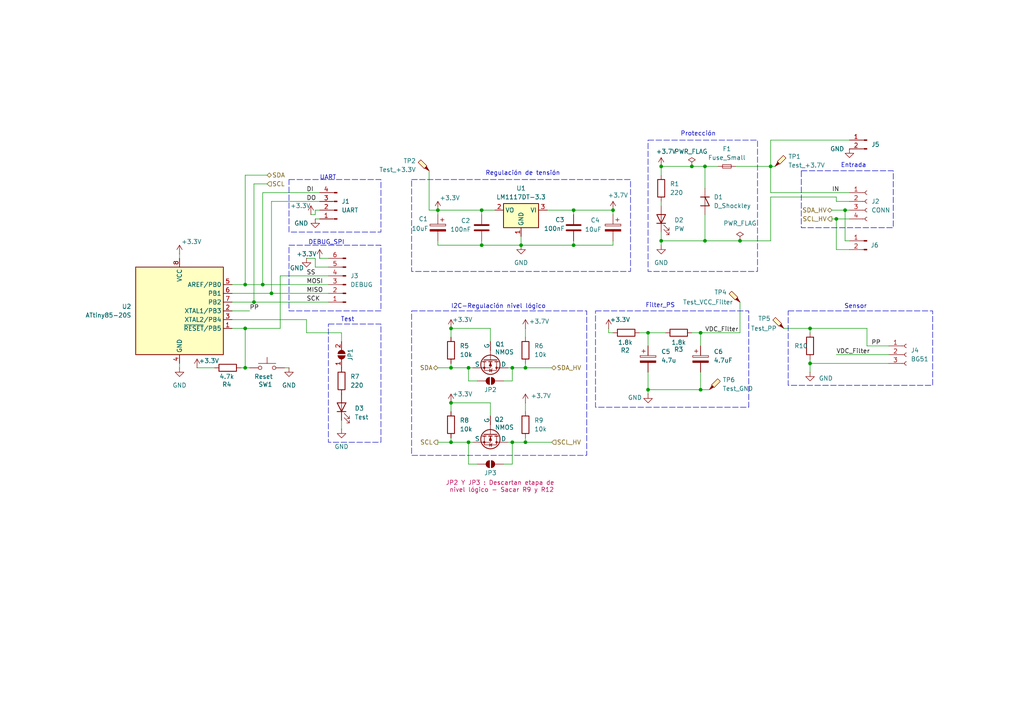
<source format=kicad_sch>
(kicad_sch (version 20250114) (generator "eeschema") (generator_version "9.0")
  (paper "A4")
  (lib_symbols
    (symbol "Connector:Conn_01x02_Pin" (pin_names (offset 1.016) (hide yes))
      (property "Reference" "J" (at 0 2.54 0))
      (property "Value" "Conn_01x02_Pin" (at 0 -5.08 0))
      (symbol "Conn_01x02_Pin_1_1"
        (rectangle (start 0.8636 0.127) (end 0 -0.127) (stroke (width 0.1524)) (fill (type outline)))
        (rectangle (start 0.8636 -2.413) (end 0 -2.667) (stroke (width 0.1524)) (fill (type outline)))
        (polyline (pts (xy 1.27 0) (xy 0.8636 0)) (stroke (width 0.1524)))
        (polyline (pts (xy 1.27 -2.54) (xy 0.8636 -2.54)) (stroke (width 0.1524)))
        (pin passive line (at 5.08 0 180) (length 3.81) (name "Pin_1") (number "1"))
        (pin passive line (at 5.08 -2.54 180) (length 3.81) (name "Pin_2") (number "2"))
      )
    )
    (symbol "Connector:Conn_01x03_Socket" (pin_names (offset 1.016) (hide yes))
      (property "Reference" "J" (at 0 5.08 0))
      (property "Value" "Conn_01x03_Socket" (at 0 -5.08 0))
      (symbol "Conn_01x03_Socket_1_1"
        (polyline (pts (xy -1.27 2.54) (xy -0.508 2.54)) (stroke (width 0.1524)))
        (polyline (pts (xy -1.27 0) (xy -0.508 0)) (stroke (width 0.1524)))
        (polyline (pts (xy -1.27 -2.54) (xy -0.508 -2.54)) (stroke (width 0.1524)))
        (arc (start 0 2.032) (mid -0.5058 2.54) (end 0 3.048) (stroke (width 0.1524)))
        (arc (start 0 -0.508) (mid -0.5058 0) (end 0 0.508) (stroke (width 0.1524)))
        (arc (start 0 -3.048) (mid -0.5058 -2.54) (end 0 -2.032) (stroke (width 0.1524)))
        (pin passive line (at -5.08 2.54 0) (length 3.81) (name "Pin_1") (number "1"))
        (pin passive line (at -5.08 0 0) (length 3.81) (name "Pin_2") (number "2"))
        (pin passive line (at -5.08 -2.54 0) (length 3.81) (name "Pin_3") (number "3"))
      )
    )
    (symbol "Connector:Conn_01x04_Pin" (pin_names (offset 1.016) (hide yes))
      (property "Reference" "J" (at 0 5.08 0))
      (property "Value" "Conn_01x04_Pin" (at 0 -7.62 0))
      (symbol "Conn_01x04_Pin_1_1"
        (rectangle (start 0.8636 2.667) (end 0 2.413) (stroke (width 0.1524)) (fill (type outline)))
        (rectangle (start 0.8636 0.127) (end 0 -0.127) (stroke (width 0.1524)) (fill (type outline)))
        (rectangle (start 0.8636 -2.413) (end 0 -2.667) (stroke (width 0.1524)) (fill (type outline)))
        (rectangle (start 0.8636 -4.953) (end 0 -5.207) (stroke (width 0.1524)) (fill (type outline)))
        (polyline (pts (xy 1.27 2.54) (xy 0.8636 2.54)) (stroke (width 0.1524)))
        (polyline (pts (xy 1.27 0) (xy 0.8636 0)) (stroke (width 0.1524)))
        (polyline (pts (xy 1.27 -2.54) (xy 0.8636 -2.54)) (stroke (width 0.1524)))
        (polyline (pts (xy 1.27 -5.08) (xy 0.8636 -5.08)) (stroke (width 0.1524)))
        (pin passive line (at 5.08 2.54 180) (length 3.81) (name "Pin_1") (number "1"))
        (pin passive line (at 5.08 0 180) (length 3.81) (name "Pin_2") (number "2"))
        (pin passive line (at 5.08 -2.54 180) (length 3.81) (name "Pin_3") (number "3"))
        (pin passive line (at 5.08 -5.08 180) (length 3.81) (name "Pin_4") (number "4"))
      )
    )
    (symbol "Connector:Conn_01x04_Socket" (pin_names (offset 1.016) (hide yes))
      (property "Reference" "J" (at 0 5.08 0))
      (property "Value" "Conn_01x04_Socket" (at 0 -7.62 0))
      (symbol "Conn_01x04_Socket_1_1"
        (polyline (pts (xy -1.27 2.54) (xy -0.508 2.54)) (stroke (width 0.1524)))
        (polyline (pts (xy -1.27 0) (xy -0.508 0)) (stroke (width 0.1524)))
        (polyline (pts (xy -1.27 -2.54) (xy -0.508 -2.54)) (stroke (width 0.1524)))
        (polyline (pts (xy -1.27 -5.08) (xy -0.508 -5.08)) (stroke (width 0.1524)))
        (arc (start 0 2.032) (mid -0.5058 2.54) (end 0 3.048) (stroke (width 0.1524)))
        (arc (start 0 -0.508) (mid -0.5058 0) (end 0 0.508) (stroke (width 0.1524)))
        (arc (start 0 -3.048) (mid -0.5058 -2.54) (end 0 -2.032) (stroke (width 0.1524)))
        (arc (start 0 -5.588) (mid -0.5058 -5.08) (end 0 -4.572) (stroke (width 0.1524)))
        (pin passive line (at -5.08 2.54 0) (length 3.81) (name "Pin_1") (number "1"))
        (pin passive line (at -5.08 0 0) (length 3.81) (name "Pin_2") (number "2"))
        (pin passive line (at -5.08 -2.54 0) (length 3.81) (name "Pin_3") (number "3"))
        (pin passive line (at -5.08 -5.08 0) (length 3.81) (name "Pin_4") (number "4"))
      )
    )
    (symbol "Connector:Conn_01x06_Pin" (pin_names (offset 1.016) (hide yes))
      (property "Reference" "J" (at 0 7.62 0))
      (property "Value" "Conn_01x06_Pin" (at 0 -10.16 0))
      (symbol "Conn_01x06_Pin_1_1"
        (rectangle (start 0.8636 5.207) (end 0 4.953) (stroke (width 0.1524)) (fill (type outline)))
        (rectangle (start 0.8636 2.667) (end 0 2.413) (stroke (width 0.1524)) (fill (type outline)))
        (rectangle (start 0.8636 0.127) (end 0 -0.127) (stroke (width 0.1524)) (fill (type outline)))
        (rectangle (start 0.8636 -2.413) (end 0 -2.667) (stroke (width 0.1524)) (fill (type outline)))
        (rectangle (start 0.8636 -4.953) (end 0 -5.207) (stroke (width 0.1524)) (fill (type outline)))
        (rectangle (start 0.8636 -7.493) (end 0 -7.747) (stroke (width 0.1524)) (fill (type outline)))
        (polyline (pts (xy 1.27 5.08) (xy 0.8636 5.08)) (stroke (width 0.1524)))
        (polyline (pts (xy 1.27 2.54) (xy 0.8636 2.54)) (stroke (width 0.1524)))
        (polyline (pts (xy 1.27 0) (xy 0.8636 0)) (stroke (width 0.1524)))
        (polyline (pts (xy 1.27 -2.54) (xy 0.8636 -2.54)) (stroke (width 0.1524)))
        (polyline (pts (xy 1.27 -5.08) (xy 0.8636 -5.08)) (stroke (width 0.1524)))
        (polyline (pts (xy 1.27 -7.62) (xy 0.8636 -7.62)) (stroke (width 0.1524)))
        (pin passive line (at 5.08 5.08 180) (length 3.81) (name "Pin_1") (number "1"))
        (pin passive line (at 5.08 2.54 180) (length 3.81) (name "Pin_2") (number "2"))
        (pin passive line (at 5.08 0 180) (length 3.81) (name "Pin_3") (number "3"))
        (pin passive line (at 5.08 -2.54 180) (length 3.81) (name "Pin_4") (number "4"))
        (pin passive line (at 5.08 -5.08 180) (length 3.81) (name "Pin_5") (number "5"))
        (pin passive line (at 5.08 -7.62 180) (length 3.81) (name "Pin_6") (number "6"))
      )
    )
    (symbol "Connector:TestPoint_Probe" (pin_numbers (hide yes)) (pin_names (offset 0.762) (hide yes))
      (property "Reference" "TP" (at 1.651 5.842 0))
      (property "Value" "TestPoint_Probe" (at 1.651 4.064 0))
      (symbol "TestPoint_Probe_0_1"
        (polyline (pts (xy 1.27 0.762) (xy 0 0) (xy 0.762 1.27) (xy 1.27 0.762)) (fill (type outline)))
        (polyline (pts (xy 1.397 0.635) (xy 0.635 1.397) (xy 2.413 3.175) (xy 3.175 2.413) (xy 1.397 0.635)) (fill (type background)))
      )
      (symbol "TestPoint_Probe_1_1"
        (pin passive line (at 0 0 90) (length 0) (name "1") (number "1"))
      )
    )
    (symbol "Device:C" (pin_numbers (hide yes)) (pin_names (offset 0.254))
      (property "Reference" "C" (at 0.635 2.54 0))
      (property "Value" "C" (at 0.635 -2.54 0))
      (symbol "C_0_1"
        (polyline (pts (xy -2.032 0.762) (xy 2.032 0.762)) (stroke (width 0.508)))
        (polyline (pts (xy -2.032 -0.762) (xy 2.032 -0.762)) (stroke (width 0.508)))
      )
      (symbol "C_1_1"
        (pin passive line (at 0 3.81 270) (length 2.794) (name "~") (number "1"))
        (pin passive line (at 0 -3.81 90) (length 2.794) (name "~") (number "2"))
      )
    )
    (symbol "Device:C_Polarized" (pin_numbers (hide yes)) (pin_names (offset 0.254))
      (property "Reference" "C" (at 0.635 2.54 0))
      (property "Value" "C_Polarized" (at 0.635 -2.54 0))
      (symbol "C_Polarized_0_1"
        (rectangle (start -2.286 0.508) (end 2.286 1.016))
        (polyline (pts (xy -1.778 2.286) (xy -0.762 2.286)))
        (polyline (pts (xy -1.27 2.794) (xy -1.27 1.778)))
        (rectangle (start 2.286 -0.508) (end -2.286 -1.016) (fill (type outline)))
      )
      (symbol "C_Polarized_1_1"
        (pin passive line (at 0 3.81 270) (length 2.794) (name "~") (number "1"))
        (pin passive line (at 0 -3.81 90) (length 2.794) (name "~") (number "2"))
      )
    )
    (symbol "Device:D_Shockley" (pin_numbers (hide yes)) (pin_names (offset 1.016) (hide yes))
      (property "Reference" "D" (at 0 2.54 0))
      (property "Value" "D_Shockley" (at 0 -2.54 0))
      (symbol "D_Shockley_0_1"
        (polyline (pts (xy -1.27 1.27) (xy -1.27 -1.27)) (stroke (width 0.254)))
        (polyline (pts (xy -1.27 0) (xy 1.27 0)))
        (polyline (pts (xy -1.27 0) (xy 1.27 1.27) (xy 1.27 -1.27)) (stroke (width 0.254)))
      )
      (symbol "D_Shockley_1_1"
        (pin passive line (at -3.81 0 0) (length 2.54) (name "K") (number "1"))
        (pin passive line (at 3.81 0 180) (length 2.54) (name "A") (number "2"))
      )
    )
    (symbol "Device:Fuse_Small" (pin_numbers (hide yes)) (pin_names (offset 0.254) (hide yes))
      (property "Reference" "F" (at 0 -1.524 0))
      (property "Value" "Fuse_Small" (at 0 1.524 0))
      (symbol "Fuse_Small_0_1"
        (rectangle (start -1.27 0.508) (end 1.27 -0.508))
        (polyline (pts (xy -1.27 0) (xy 1.27 0)))
      )
      (symbol "Fuse_Small_1_1"
        (pin passive line (at -2.54 0 0) (length 1.27) (name "~") (number "1"))
        (pin passive line (at 2.54 0 180) (length 1.27) (name "~") (number "2"))
      )
    )
    (symbol "Device:LED" (pin_numbers (hide yes)) (pin_names (offset 1.016) (hide yes))
      (property "Reference" "D" (at 0 2.54 0))
      (property "Value" "LED" (at 0 -2.54 0))
      (symbol "LED_0_1"
        (polyline (pts (xy -3.048 -0.762) (xy -4.572 -2.286) (xy -3.81 -2.286) (xy -4.572 -2.286) (xy -4.572 -1.524)))
        (polyline (pts (xy -1.778 -0.762) (xy -3.302 -2.286) (xy -2.54 -2.286) (xy -3.302 -2.286) (xy -3.302 -1.524)))
        (polyline (pts (xy -1.27 0) (xy 1.27 0)))
        (polyline (pts (xy -1.27 -1.27) (xy -1.27 1.27)) (stroke (width 0.254)))
        (polyline (pts (xy 1.27 -1.27) (xy 1.27 1.27) (xy -1.27 0) (xy 1.27 -1.27)) (stroke (width 0.254)))
      )
      (symbol "LED_1_1"
        (pin passive line (at -3.81 0 0) (length 2.54) (name "K") (number "1"))
        (pin passive line (at 3.81 0 180) (length 2.54) (name "A") (number "2"))
      )
    )
    (symbol "Device:R" (pin_numbers (hide yes)) (pin_names (offset 0))
      (property "Reference" "R" (at 2.032 0 90))
      (property "Value" "R" (at 0 0 90))
      (symbol "R_0_1"
        (rectangle (start -1.016 -2.54) (end 1.016 2.54) (stroke (width 0.254)))
      )
      (symbol "R_1_1"
        (pin passive line (at 0 3.81 270) (length 1.27) (name "~") (number "1"))
        (pin passive line (at 0 -3.81 90) (length 1.27) (name "~") (number "2"))
      )
    )
    (symbol "GND_2" (power) (pin_numbers (hide yes)) (pin_names (offset 0) (hide yes))
      (property "Value" "GND" (at 0 -3.81 0))
      (symbol "GND_2_0_1"
        (polyline (pts (xy 0 0) (xy 0 -1.27) (xy 1.27 -1.27) (xy 0 -2.54) (xy -1.27 -1.27) (xy 0 -1.27)))
      )
      (symbol "GND_2_1_1"
        (pin power_in line (at 0 0 270) (length 0) (name "~") (number "1"))
      )
    )
    (symbol "GND_4" (power) (pin_numbers (hide yes)) (pin_names (offset 0) (hide yes))
      (property "Value" "GND" (at 0 -3.81 0))
      (symbol "GND_4_0_1"
        (polyline (pts (xy 0 0) (xy 0 -1.27) (xy 1.27 -1.27) (xy 0 -2.54) (xy -1.27 -1.27) (xy 0 -1.27)))
      )
      (symbol "GND_4_1_1"
        (pin power_in line (at 0 0 270) (length 0) (name "~") (number "1"))
      )
    )
    (symbol "GND_6" (power) (pin_numbers (hide yes)) (pin_names (offset 0) (hide yes))
      (property "Value" "GND" (at 0 -3.81 0))
      (symbol "GND_6_0_1"
        (polyline (pts (xy 0 0) (xy 0 -1.27) (xy 1.27 -1.27) (xy 0 -2.54) (xy -1.27 -1.27) (xy 0 -1.27)))
      )
      (symbol "GND_6_1_1"
        (pin power_in line (at 0 0 270) (length 0) (name "~") (number "1"))
      )
    )
    (symbol "GND_7" (power) (pin_numbers (hide yes)) (pin_names (offset 0) (hide yes))
      (property "Value" "GND" (at 0 -3.81 0))
      (symbol "GND_7_0_1"
        (polyline (pts (xy 0 0) (xy 0 -1.27) (xy 1.27 -1.27) (xy 0 -2.54) (xy -1.27 -1.27) (xy 0 -1.27)))
      )
      (symbol "GND_7_1_1"
        (pin power_in line (at 0 0 270) (length 0) (name "~") (number "1"))
      )
    )
    (symbol "Jumper:SolderJumper_2_Open" (pin_names (offset 0) (hide yes))
      (property "Reference" "JP" (at 0 2.032 0))
      (property "Value" "SolderJumper_2_Open" (at 0 -2.54 0))
      (symbol "SolderJumper_2_Open_0_1"
        (polyline (pts (xy -0.254 1.016) (xy -0.254 -1.016)))
        (arc (start -0.254 -1.016) (mid -1.2656 0) (end -0.254 1.016))
        (arc (start -0.254 -1.016) (mid -1.2656 0) (end -0.254 1.016) (fill (type outline)))
        (arc (start 0.254 1.016) (mid 1.2656 0) (end 0.254 -1.016))
        (arc (start 0.254 1.016) (mid 1.2656 0) (end 0.254 -1.016) (fill (type outline)))
        (polyline (pts (xy 0.254 1.016) (xy 0.254 -1.016)))
      )
      (symbol "SolderJumper_2_Open_1_1"
        (pin passive line (at -3.81 0 0) (length 2.54) (name "A") (number "1"))
        (pin passive line (at 3.81 0 180) (length 2.54) (name "B") (number "2"))
      )
    )
    (symbol "MCU_Microchip_ATtiny:ATtiny85-20S"
      (property "Reference" "U" (at -12.7 13.97 0))
      (property "Value" "ATtiny85-20S" (at 2.54 -13.97 0))
      (symbol "ATtiny85-20S_0_1"
        (rectangle (start -12.7 -12.7) (end 12.7 12.7) (stroke (width 0.254)) (fill (type background)))
      )
      (symbol "ATtiny85-20S_1_1"
        (pin power_in line (at 0 15.24 270) (length 2.54) (name "VCC") (number "8"))
        (pin power_in line (at 0 -15.24 90) (length 2.54) (name "GND") (number "4"))
        (pin bidirectional line (at 15.24 7.62 180) (length 2.54) (name "AREF/PB0") (number "5"))
        (pin bidirectional line (at 15.24 5.08 180) (length 2.54) (name "PB1") (number "6"))
        (pin bidirectional line (at 15.24 2.54 180) (length 2.54) (name "PB2") (number "7"))
        (pin bidirectional line (at 15.24 0 180) (length 2.54) (name "XTAL1/PB3") (number "2"))
        (pin bidirectional line (at 15.24 -2.54 180) (length 2.54) (name "XTAL2/PB4") (number "3"))
        (pin bidirectional line (at 15.24 -5.08 180) (length 2.54) (name "~{RESET}/PB5") (number "1"))
      )
    )
    (symbol "Regulator_Linear:LM1117DT-3.3"
      (property "Reference" "U" (at -3.81 3.175 0))
      (property "Value" "LM1117DT-3.3" (at 0 3.175 0))
      (symbol "LM1117DT-3.3_0_1"
        (rectangle (start -5.08 -5.08) (end 5.08 1.905) (stroke (width 0.254)) (fill (type background)))
      )
      (symbol "LM1117DT-3.3_1_1"
        (pin power_in line (at -7.62 0 0) (length 2.54) (name "VI") (number "3"))
        (pin power_in line (at 0 -7.62 90) (length 2.54) (name "GND") (number "1"))
        (pin power_out line (at 7.62 0 180) (length 2.54) (name "VO") (number "2"))
      )
    )
    (symbol "Simulation_SPICE:NMOS" (pin_numbers (hide yes)) (pin_names (offset 0))
      (property "Reference" "Q" (at 5.08 1.27 0))
      (property "Value" "NMOS" (at 5.08 -1.27 0))
      (symbol "NMOS_0_1"
        (polyline (pts (xy 0.254 1.905) (xy 0.254 -1.905)) (stroke (width 0.254)))
        (polyline (pts (xy 0.254 0) (xy -2.54 0)))
        (polyline (pts (xy 0.762 2.286) (xy 0.762 1.27)) (stroke (width 0.254)))
        (polyline (pts (xy 0.762 0.508) (xy 0.762 -0.508)) (stroke (width 0.254)))
        (polyline (pts (xy 0.762 -1.27) (xy 0.762 -2.286)) (stroke (width 0.254)))
        (polyline (pts (xy 0.762 -1.778) (xy 3.302 -1.778) (xy 3.302 1.778) (xy 0.762 1.778)))
        (polyline (pts (xy 1.016 0) (xy 2.032 0.381) (xy 2.032 -0.381) (xy 1.016 0)) (fill (type outline)))
        (circle (center 1.651 0) (radius 2.794) (stroke (width 0.254)))
        (polyline (pts (xy 2.54 2.54) (xy 2.54 1.778)))
        (circle (center 2.54 1.778) (radius 0.254) (fill (type outline)))
        (circle (center 2.54 -1.778) (radius 0.254) (fill (type outline)))
        (polyline (pts (xy 2.54 -2.54) (xy 2.54 0) (xy 0.762 0)))
        (polyline (pts (xy 2.794 0.508) (xy 2.921 0.381) (xy 3.683 0.381) (xy 3.81 0.254)))
        (polyline (pts (xy 3.302 0.381) (xy 2.921 -0.254) (xy 3.683 -0.254) (xy 3.302 0.381)))
      )
      (symbol "NMOS_1_1"
        (pin input line (at -5.08 0 0) (length 2.54) (name "G") (number "2"))
        (pin passive line (at 2.54 5.08 270) (length 2.54) (name "D") (number "1"))
        (pin passive line (at 2.54 -5.08 90) (length 2.54) (name "S") (number "3"))
      )
    )
    (symbol "SolderJumper_2_Open_1" (pin_numbers (hide yes)) (pin_names (offset 0) (hide yes)) (exclude_from_sim yes) (in_bom no)
      (property "Reference" "JP" (at 0 2.032 0))
      (property "Value" "SolderJumper_2_Open" (at 0 -2.54 0))
      (symbol "SolderJumper_2_Open_1_0_1"
        (polyline (pts (xy -0.254 1.016) (xy -0.254 -1.016)))
        (arc (start -0.254 -1.016) (mid -1.2656 0) (end -0.254 1.016))
        (arc (start -0.254 -1.016) (mid -1.2656 0) (end -0.254 1.016) (fill (type outline)))
        (arc (start 0.254 1.016) (mid 1.2656 0) (end 0.254 -1.016))
        (arc (start 0.254 1.016) (mid 1.2656 0) (end 0.254 -1.016) (fill (type outline)))
        (polyline (pts (xy 0.254 1.016) (xy 0.254 -1.016)))
      )
      (symbol "SolderJumper_2_Open_1_1_1"
        (pin passive line (at -3.81 0 0) (length 2.54) (name "A") (number "1"))
        (pin passive line (at 3.81 0 180) (length 2.54) (name "B") (number "2"))
      )
    )
    (symbol "SolderJumper_2_Open_2" (pin_numbers (hide yes)) (pin_names (offset 0) (hide yes)) (exclude_from_sim yes) (in_bom no)
      (property "Reference" "JP" (at 0 2.032 0))
      (property "Value" "SolderJumper_2_Open" (at 0 -2.54 0))
      (symbol "SolderJumper_2_Open_2_0_1"
        (polyline (pts (xy -0.254 1.016) (xy -0.254 -1.016)))
        (arc (start -0.254 -1.016) (mid -1.2656 0) (end -0.254 1.016))
        (arc (start -0.254 -1.016) (mid -1.2656 0) (end -0.254 1.016) (fill (type outline)))
        (arc (start 0.254 1.016) (mid 1.2656 0) (end 0.254 -1.016))
        (arc (start 0.254 1.016) (mid 1.2656 0) (end 0.254 -1.016) (fill (type outline)))
        (polyline (pts (xy 0.254 1.016) (xy 0.254 -1.016)))
      )
      (symbol "SolderJumper_2_Open_2_1_1"
        (pin passive line (at -3.81 0 0) (length 2.54) (name "A") (number "1"))
        (pin passive line (at 3.81 0 180) (length 2.54) (name "B") (number "2"))
      )
    )
    (symbol "Switch:SW_Push" (pin_numbers (hide yes)) (pin_names (offset 1.016) (hide yes))
      (property "Reference" "SW" (at 1.27 2.54 0))
      (property "Value" "SW_Push" (at 0 -1.524 0))
      (symbol "SW_Push_0_1"
        (circle (center -2.032 0) (radius 0.508))
        (polyline (pts (xy 0 1.27) (xy 0 3.048)))
        (circle (center 2.032 0) (radius 0.508))
        (polyline (pts (xy 2.54 1.27) (xy -2.54 1.27)))
        (pin passive line (at -5.08 0 0) (length 2.54) (name "1") (number "1"))
        (pin passive line (at 5.08 0 180) (length 2.54) (name "2") (number "2"))
      )
    )
    (symbol "VCC_1" (power) (pin_numbers (hide yes)) (pin_names (offset 0) (hide yes))
      (property "Value" "VCC" (at 0 3.556 0))
      (symbol "VCC_1_0_1"
        (polyline (pts (xy -0.762 1.27) (xy 0 2.54)))
        (polyline (pts (xy 0 2.54) (xy 0.762 1.27)))
        (polyline (pts (xy 0 0) (xy 0 2.54)))
      )
      (symbol "VCC_1_1_1"
        (pin power_in line (at 0 0 90) (length 0) (name "~") (number "1"))
      )
    )
    (symbol "VCC_3" (power) (pin_numbers (hide yes)) (pin_names (offset 0) (hide yes))
      (property "Value" "VCC" (at 0 3.556 0))
      (symbol "VCC_3_0_1"
        (polyline (pts (xy -0.762 1.27) (xy 0 2.54)))
        (polyline (pts (xy 0 2.54) (xy 0.762 1.27)))
        (polyline (pts (xy 0 0) (xy 0 2.54)))
      )
      (symbol "VCC_3_1_1"
        (pin power_in line (at 0 0 90) (length 0) (name "~") (number "1"))
      )
    )
    (symbol "power:+3.3V" (power) (pin_numbers (hide yes)) (pin_names (offset 0) (hide yes))
      (property "Value" "+3.3V" (at 0 3.556 0))
      (symbol "+3.3V_0_1"
        (polyline (pts (xy -0.762 1.27) (xy 0 2.54)))
        (polyline (pts (xy 0 2.54) (xy 0.762 1.27)))
        (polyline (pts (xy 0 0) (xy 0 2.54)))
      )
      (symbol "+3.3V_1_1"
        (pin power_in line (at 0 0 90) (length 0) (name "~") (number "1"))
      )
    )
    (symbol "power:+5V" (power) (pin_numbers (hide yes)) (pin_names (offset 0) (hide yes))
      (property "Value" "+5V" (at 0 3.556 0))
      (symbol "+5V_0_1"
        (polyline (pts (xy -0.762 1.27) (xy 0 2.54)))
        (polyline (pts (xy 0 2.54) (xy 0.762 1.27)))
        (polyline (pts (xy 0 0) (xy 0 2.54)))
      )
      (symbol "+5V_1_1"
        (pin power_in line (at 0 0 90) (length 0) (name "~") (number "1"))
      )
    )
    (symbol "power:GND" (power) (pin_numbers (hide yes)) (pin_names (offset 0) (hide yes))
      (property "Value" "GND" (at 0 -3.81 0))
      (symbol "GND_0_1"
        (polyline (pts (xy 0 0) (xy 0 -1.27) (xy 1.27 -1.27) (xy 0 -2.54) (xy -1.27 -1.27) (xy 0 -1.27)))
      )
      (symbol "GND_1_1"
        (pin power_in line (at 0 0 270) (length 0) (name "~") (number "1"))
      )
    )
    (symbol "power:PWR_FLAG" (power) (pin_numbers (hide yes)) (pin_names (offset 0) (hide yes))
      (property "Value" "PWR_FLAG" (at 0 3.81 0))
      (symbol "PWR_FLAG_0_0"
        (pin power_out line (at 0 0 90) (length 0) (name "~") (number "1"))
      )
      (symbol "PWR_FLAG_0_1"
        (polyline (pts (xy 0 0) (xy 0 1.27) (xy -1.016 1.905) (xy 0 2.54) (xy 1.016 1.905) (xy 0 1.27)))
      )
    )
  )
  (rectangle (start 232.41 49.53) (end 259.08 66.04) (stroke (width 0) (type dash)))
  (rectangle (start 119.38 90.17) (end 170.18 132.08) (stroke (width 0) (type dash)))
  (rectangle (start 83.82 52.07) (end 110.49 67.31) (stroke (width 0) (type dash)))
  (rectangle (start 83.82 71.12) (end 110.49 90.17) (stroke (width 0) (type dash)))
  (rectangle (start 228.6 90.17) (end 270.51 111.76) (stroke (width 0) (type dash)))
  (rectangle (start 172.72 90.17) (end 217.17 118.11) (stroke (width 0) (type dash)))
  (rectangle (start 95.25 93.98) (end 110.49 128.27) (stroke (width 0) (type dash)))
  (rectangle (start 119.38 52.07) (end 182.88 78.74) (stroke (width 0) (type dash)))
  (rectangle (start 187.96 40.64) (end 219.71 78.74) (stroke (width 0) (type dash)))
  (text "UART" (at 92.71 52.324 0) (effects (font (size 1.27 1.27)) (justify left bottom)))
  (text "Protección" (at 197.358 39.624 0) (effects (font (size 1.27 1.27)) (justify left bottom)))
  (text "Filter_PS" (at 187.198 89.408 0) (effects (font (size 1.27 1.27)) (justify left bottom)))
  (text "Test" (at 98.806 93.472 0) (effects (font (size 1.27 1.27)) (justify left bottom)))
  (text "JP2 Y JP3 : Descartan etapa de\n nivel lógico - Sacar R9 y R12" (exclude_from_sim yes) (at 145.034 141.224 0) (effects (font (size 1.27 1.27))))
  (text "Entrada" (at 243.84 48.768 0) (effects (font (size 1.27 1.27)) (justify left bottom)))
  (text "Sensor" (at 244.856 89.662 0) (effects (font (size 1.27 1.27)) (justify left bottom)))
  (text "Regulación de tensión" (at 151.638 51.054 0) (effects (font (size 1.27 1.27)) (justify bottom)))
  (text "DEBUG_SPI" (at 89.408 71.12 0) (effects (font (size 1.27 1.27)) (justify left bottom)))
  (text "I2C-Regulación nivel lógico\n" (at 130.81 89.662 0) (effects (font (size 1.27 1.27)) (justify left bottom)))
  (junction (at 203.2 96.52))
  (junction (at 127 60.96))
  (junction (at 203.2 113.03))
  (junction (at 76.2 82.55))
  (junction (at 191.77 69.85))
  (junction (at 151.13 71.12))
  (junction (at 130.81 128.27))
  (junction (at 78.74 85.09))
  (junction (at 152.4 128.27))
  (junction (at 71.12 82.55))
  (junction (at 148.59 128.27))
  (junction (at 71.12 95.25))
  (junction (at 73.66 87.63))
  (junction (at 214.63 69.85))
  (junction (at 204.47 48.26))
  (junction (at 177.8 60.96))
  (junction (at 166.37 71.12))
  (junction (at 223.52 48.26))
  (junction (at 234.95 95.25))
  (junction (at 187.96 113.03))
  (junction (at 130.81 95.25))
  (junction (at 71.12 106.68))
  (junction (at 139.7 71.12))
  (junction (at 166.37 60.96))
  (junction (at 242.57 63.5))
  (junction (at 139.7 60.96))
  (junction (at 245.11 60.96))
  (junction (at 135.89 128.27))
  (junction (at 191.77 48.26))
  (junction (at 130.81 106.68))
  (junction (at 148.59 106.68))
  (junction (at 187.96 96.52))
  (junction (at 200.66 48.26))
  (junction (at 130.81 116.84))
  (junction (at 152.4 106.68))
  (junction (at 234.95 105.41))
  (junction (at 204.47 69.85))
  (junction (at 135.89 106.68))
  (wire (pts (xy 152.4 116.84) (xy 152.4 119.38)))
  (wire (pts (xy 127 62.23) (xy 127 60.96)))
  (wire (pts (xy 241.3 63.5) (xy 242.57 63.5)))
  (wire (pts (xy 81.28 80.01) (xy 81.28 95.25)))
  (wire (pts (xy 139.7 71.12) (xy 151.13 71.12)))
  (wire (pts (xy 177.8 71.12) (xy 166.37 71.12)))
  (wire (pts (xy 139.7 60.96) (xy 143.51 60.96)))
  (wire (pts (xy 204.47 48.26) (xy 208.28 48.26)))
  (wire (pts (xy 227.33 95.25) (xy 234.95 95.25)))
  (wire (pts (xy 130.81 119.38) (xy 130.81 116.84)))
  (wire (pts (xy 246.38 69.85) (xy 245.11 69.85)))
  (wire (pts (xy 124.46 60.96) (xy 127 60.96)))
  (wire (pts (xy 73.66 53.34) (xy 77.47 53.34)))
  (wire (pts (xy 88.9 92.71) (xy 88.9 96.52)))
  (wire (pts (xy 91.44 63.5) (xy 92.71 63.5)))
  (wire (pts (xy 214.63 69.85) (xy 223.52 69.85)))
  (wire (pts (xy 139.7 69.85) (xy 139.7 71.12)))
  (wire (pts (xy 91.44 60.96) (xy 92.71 60.96)))
  (wire (pts (xy 245.11 60.96) (xy 245.11 69.85)))
  (wire (pts (xy 137.16 128.27) (xy 135.89 128.27)))
  (wire (pts (xy 99.06 99.06) (xy 99.06 96.52)))
  (wire (pts (xy 203.2 96.52) (xy 203.2 100.33)))
  (wire (pts (xy 81.28 80.01) (xy 95.25 80.01)))
  (wire (pts (xy 146.05 134.62) (xy 148.59 134.62)))
  (wire (pts (xy 234.95 105.41) (xy 257.81 105.41)))
  (wire (pts (xy 91.44 62.23) (xy 91.44 60.96)))
  (wire (pts (xy 88.9 74.93) (xy 91.44 74.93)))
  (wire (pts (xy 76.2 82.55) (xy 95.25 82.55)))
  (wire (pts (xy 52.07 106.68) (xy 52.07 105.41)))
  (wire (pts (xy 130.81 106.68) (xy 130.81 105.41)))
  (wire (pts (xy 135.89 128.27) (xy 130.81 128.27)))
  (wire (pts (xy 191.77 48.26) (xy 200.66 48.26)))
  (wire (pts (xy 151.13 68.58) (xy 151.13 71.12)))
  (wire (pts (xy 152.4 128.27) (xy 160.02 128.27)))
  (wire (pts (xy 166.37 60.96) (xy 166.37 62.23)))
  (wire (pts (xy 71.12 50.8) (xy 77.47 50.8)))
  (wire (pts (xy 82.55 106.68) (xy 83.82 106.68)))
  (wire (pts (xy 187.96 113.03) (xy 203.2 113.03)))
  (wire (pts (xy 67.31 92.71) (xy 88.9 92.71)))
  (wire (pts (xy 223.52 55.88) (xy 223.52 48.26)))
  (wire (pts (xy 147.32 106.68) (xy 148.59 106.68)))
  (wire (pts (xy 73.66 53.34) (xy 73.66 87.63)))
  (wire (pts (xy 213.36 48.26) (xy 223.52 48.26)))
  (wire (pts (xy 127 128.27) (xy 130.81 128.27)))
  (wire (pts (xy 67.31 90.17) (xy 72.39 90.17)))
  (wire (pts (xy 191.77 48.26) (xy 191.77 50.8)))
  (wire (pts (xy 158.75 60.96) (xy 166.37 60.96)))
  (wire (pts (xy 234.95 95.25) (xy 234.95 96.52)))
  (wire (pts (xy 177.8 60.96) (xy 177.8 62.23)))
  (wire (pts (xy 185.42 96.52) (xy 187.96 96.52)))
  (wire (pts (xy 205.74 113.03) (xy 203.2 113.03)))
  (wire (pts (xy 138.43 134.62) (xy 135.89 134.62)))
  (wire (pts (xy 204.47 62.23) (xy 204.47 69.85)))
  (wire (pts (xy 191.77 67.31) (xy 191.77 69.85)))
  (wire (pts (xy 135.89 110.49) (xy 135.89 106.68)))
  (wire (pts (xy 73.66 87.63) (xy 95.25 87.63)))
  (wire (pts (xy 52.07 73.66) (xy 52.07 74.93)))
  (wire (pts (xy 67.31 82.55) (xy 71.12 82.55)))
  (wire (pts (xy 166.37 71.12) (xy 166.37 69.85)))
  (wire (pts (xy 187.96 113.03) (xy 187.96 114.3)))
  (wire (pts (xy 139.7 60.96) (xy 139.7 62.23)))
  (wire (pts (xy 214.63 96.52) (xy 214.63 87.63)))
  (wire (pts (xy 137.16 106.68) (xy 135.89 106.68)))
  (wire (pts (xy 203.2 96.52) (xy 214.63 96.52)))
  (wire (pts (xy 223.52 48.26) (xy 224.79 48.26)))
  (wire (pts (xy 127 71.12) (xy 139.7 71.12)))
  (wire (pts (xy 130.81 128.27) (xy 130.81 127)))
  (wire (pts (xy 242.57 58.42) (xy 242.57 57.15)))
  (wire (pts (xy 90.17 62.23) (xy 91.44 62.23)))
  (wire (pts (xy 242.57 102.87) (xy 257.81 102.87)))
  (wire (pts (xy 200.66 96.52) (xy 203.2 96.52)))
  (wire (pts (xy 223.52 57.15) (xy 223.52 69.85)))
  (wire (pts (xy 99.06 124.46) (xy 99.06 121.92)))
  (wire (pts (xy 71.12 106.68) (xy 72.39 106.68)))
  (wire (pts (xy 234.95 104.14) (xy 234.95 105.41)))
  (wire (pts (xy 187.96 96.52) (xy 193.04 96.52)))
  (wire (pts (xy 187.96 107.95) (xy 187.96 113.03)))
  (wire (pts (xy 223.52 57.15) (xy 242.57 57.15)))
  (wire (pts (xy 223.52 40.64) (xy 223.52 48.26)))
  (wire (pts (xy 69.85 106.68) (xy 71.12 106.68)))
  (wire (pts (xy 127 106.68) (xy 130.81 106.68)))
  (wire (pts (xy 246.38 40.64) (xy 223.52 40.64)))
  (wire (pts (xy 191.77 69.85) (xy 204.47 69.85)))
  (wire (pts (xy 57.15 106.68) (xy 62.23 106.68)))
  (wire (pts (xy 177.8 96.52) (xy 176.53 96.52)))
  (wire (pts (xy 130.81 116.84) (xy 142.24 116.84)))
  (wire (pts (xy 146.05 110.49) (xy 148.59 110.49)))
  (wire (pts (xy 148.59 128.27) (xy 152.4 128.27)))
  (wire (pts (xy 204.47 54.61) (xy 204.47 48.26)))
  (wire (pts (xy 234.95 95.25) (xy 251.46 95.25)))
  (wire (pts (xy 166.37 60.96) (xy 177.8 60.96)))
  (wire (pts (xy 203.2 107.95) (xy 203.2 113.03)))
  (wire (pts (xy 92.71 55.88) (xy 76.2 55.88)))
  (wire (pts (xy 138.43 110.49) (xy 135.89 110.49)))
  (wire (pts (xy 176.53 96.52) (xy 176.53 95.25)))
  (wire (pts (xy 245.11 60.96) (xy 246.38 60.96)))
  (wire (pts (xy 71.12 50.8) (xy 71.12 82.55)))
  (wire (pts (xy 242.57 63.5) (xy 246.38 63.5)))
  (wire (pts (xy 191.77 58.42) (xy 191.77 59.69)))
  (wire (pts (xy 124.46 49.53) (xy 124.46 60.96)))
  (wire (pts (xy 67.31 85.09) (xy 78.74 85.09)))
  (wire (pts (xy 127 60.96) (xy 139.7 60.96)))
  (wire (pts (xy 67.31 95.25) (xy 71.12 95.25)))
  (wire (pts (xy 152.4 106.68) (xy 160.02 106.68)))
  (wire (pts (xy 127 69.85) (xy 127 71.12)))
  (wire (pts (xy 88.9 96.52) (xy 99.06 96.52)))
  (wire (pts (xy 242.57 58.42) (xy 246.38 58.42)))
  (wire (pts (xy 246.38 72.39) (xy 242.57 72.39)))
  (wire (pts (xy 200.66 48.26) (xy 204.47 48.26)))
  (wire (pts (xy 187.96 96.52) (xy 187.96 100.33)))
  (wire (pts (xy 251.46 95.25) (xy 251.46 100.33)))
  (wire (pts (xy 204.47 69.85) (xy 214.63 69.85)))
  (wire (pts (xy 147.32 128.27) (xy 148.59 128.27)))
  (wire (pts (xy 91.44 74.93) (xy 91.44 77.47)))
  (wire (pts (xy 130.81 95.25) (xy 142.24 95.25)))
  (wire (pts (xy 71.12 95.25) (xy 81.28 95.25)))
  (wire (pts (xy 142.24 99.06) (xy 142.24 95.25)))
  (wire (pts (xy 78.74 85.09) (xy 95.25 85.09)))
  (wire (pts (xy 177.8 69.85) (xy 177.8 71.12)))
  (wire (pts (xy 223.52 55.88) (xy 246.38 55.88)))
  (wire (pts (xy 242.57 72.39) (xy 242.57 63.5)))
  (wire (pts (xy 135.89 106.68) (xy 130.81 106.68)))
  (wire (pts (xy 67.31 87.63) (xy 73.66 87.63)))
  (wire (pts (xy 152.4 127) (xy 152.4 128.27)))
  (wire (pts (xy 78.74 58.42) (xy 78.74 85.09)))
  (wire (pts (xy 71.12 82.55) (xy 76.2 82.55)))
  (wire (pts (xy 234.95 105.41) (xy 234.95 107.95)))
  (wire (pts (xy 148.59 106.68) (xy 152.4 106.68)))
  (wire (pts (xy 148.59 110.49) (xy 148.59 106.68)))
  (wire (pts (xy 92.71 58.42) (xy 78.74 58.42)))
  (wire (pts (xy 151.13 71.12) (xy 166.37 71.12)))
  (wire (pts (xy 152.4 105.41) (xy 152.4 106.68)))
  (wire (pts (xy 92.71 74.93) (xy 95.25 74.93)))
  (wire (pts (xy 71.12 95.25) (xy 71.12 106.68)))
  (wire (pts (xy 148.59 134.62) (xy 148.59 128.27)))
  (wire (pts (xy 76.2 55.88) (xy 76.2 82.55)))
  (wire (pts (xy 191.77 71.12) (xy 191.77 69.85)))
  (wire (pts (xy 251.46 100.33) (xy 257.81 100.33)))
  (wire (pts (xy 130.81 97.79) (xy 130.81 95.25)))
  (wire (pts (xy 152.4 95.25) (xy 152.4 97.79)))
  (wire (pts (xy 135.89 134.62) (xy 135.89 128.27)))
  (wire (pts (xy 91.44 77.47) (xy 95.25 77.47)))
  (wire (pts (xy 142.24 120.65) (xy 142.24 116.84)))
  (wire (pts (xy 241.3 60.96) (xy 245.11 60.96)))
  (label "DI" (at 88.9 55.88 0))
  (label "SS" (at 88.9 80.01 0))
  (label "VDC_Filter" (at 204.47 96.52 0))
  (label "IN" (at 241.3 55.88 0))
  (label "PP" (at 72.39 90.17 0))
  (label "MISO" (at 88.9 85.09 0))
  (label "DO" (at 88.9 58.42 0))
  (label "MOSI" (at 88.9 82.55 0))
  (label "SCK" (at 88.9 87.63 0))
  (label "VDC_Filter" (at 242.57 102.87 0))
  (label "PP" (at 252.73 100.33 0))
  (hierarchical_label "SCL_HV" (shape output) (at 241.3 63.5 180))
  (hierarchical_label "SCL_HV" (shape input) (at 160.02 128.27 0))
  (hierarchical_label "SCL" (shape output) (at 127 128.27 180))
  (hierarchical_label "SDA_HV" (shape bidirectional) (at 160.02 106.68 0))
  (hierarchical_label "SDA_HV" (shape bidirectional) (at 241.3 60.96 180))
  (hierarchical_label "SDA" (shape bidirectional) (at 77.47 50.8 0))
  (hierarchical_label "SCL" (shape input) (at 77.47 53.34 0))
  (hierarchical_label "SDA" (shape bidirectional) (at 127 106.68 180))
  (symbol (lib_id "Regulator_Linear:LM1117DT-3.3") (at 151.13 60.96 0) (mirror y) (unit 1)
    (property "Reference" "U1" (at 151.13 54.61 0))
    (property "Value" "LM1117DT-3.3" (at 151.13 57.15 0))
    (property "Footprint" "Package_TO_SOT_SMD:TO-252-3_TabPin2" (effects (hide yes)))
    (property "Datasheet" "http://www.ti.com/lit/ds/symlink/lm1117.pdf" (effects (hide yes)))
    (property "Description" "800mA Low-Dropout Linear Regulator, 3.3V fixed output, TO-252" (effects (hide yes)))
  )
  (symbol (lib_id "Device:LED") (at 191.77 63.5 90) (unit 1)
    (property "Reference" "D2" (at 195.58 63.8175 90) (effects (justify right)))
    (property "Value" "PW" (at 195.58 66.3575 90) (effects (justify right)))
    (property "Footprint" "LED_SMD:LED_0603_1608Metric" (effects (hide yes)))
  )
  (symbol (lib_name "VCC_1") (lib_id "power:VCC") (at 57.15 106.68 0) (unit 1)
    (property "Reference" "#PWR015" (effects (hide yes)))
    (property "Value" "+3.3V" (at 57.658 104.648 0) (effects (justify left)))
    (property "Description" "Power symbol creates a global label with name \"VCC\"" (effects (hide yes)))
  )
  (symbol (lib_id "power:GND") (at 52.07 106.68 0) (unit 1)
    (property "Reference" "#PWR014" (effects (hide yes)))
    (property "Value" "GND" (at 52.07 111.76 0))
    (property "Description" "Power symbol creates a global label with name \"GND\" , ground" (effects (hide yes)))
  )
  (symbol (lib_id "Connector:Conn_01x04_Socket") (at 251.46 58.42 0) (unit 1)
    (property "Reference" "J2" (at 252.73 58.42 0) (effects (justify left)))
    (property "Value" "CONN" (at 252.73 60.96 0) (effects (justify left)))
    (property "Footprint" "Connector:FanPinHeader_1x04_P2.54mm_Vertical" (effects (hide yes)))
  )
  (symbol (lib_id "power:+5V") (at 152.4 116.84 0) (unit 1)
    (property "Reference" "#PWR019" (effects (hide yes)))
    (property "Value" "+3.7V" (at 153.924 114.808 0) (effects (justify left)))
    (property "Description" "Power symbol creates a global label with name \"+5V\"" (effects (hide yes)))
  )
  (symbol (lib_name "SolderJumper_2_Open_2") (lib_id "Jumper:SolderJumper_2_Open") (at 142.24 134.62 0) (unit 1) (exclude_from_sim yes) (in_bom no)
    (property "Reference" "JP3" (at 142.24 137.16 0))
    (property "Value" "SolderJumper_2_Open" (effects (hide yes)))
    (property "Footprint" "Jumper:SolderJumper-2_P1.3mm_Open_Pad1.0x1.5mm" (effects (hide yes)))
    (property "Description" "Solder Jumper, 2-pole, open" (effects (hide yes)))
  )
  (symbol (lib_id "Connector:TestPoint_Probe") (at 124.46 49.53 0) (mirror y) (unit 1)
    (property "Reference" "TP2" (at 120.65 46.6724 0) (effects (justify left)))
    (property "Value" "Test_+3.3V" (at 120.65 49.2124 0) (effects (justify left)))
    (property "Footprint" "TestPoint:TestPoint_Pad_2.0x2.0mm" (effects (hide yes)))
    (property "Description" "test point (alternative probe-style design)" (effects (hide yes)))
  )
  (symbol (lib_id "Connector:Conn_01x02_Pin") (at 251.46 40.64 0) (mirror y) (unit 1)
    (property "Reference" "J5" (at 252.73 41.9099 0) (effects (justify right)))
    (property "Value" "Conn_01x02_Pin" (effects (hide yes)))
    (property "Footprint" "Connector_PinHeader_2.54mm:PinHeader_1x02_P2.54mm_Vertical" (effects (hide yes)))
    (property "Description" "Generic connector, single row, 01x02, script generated" (effects (hide yes)))
  )
  (symbol (lib_id "Device:C") (at 166.37 66.04 0) (mirror y) (unit 1)
    (property "Reference" "C3" (at 161.036 63.754 0) (effects (justify right)))
    (property "Value" "100nF" (at 157.734 66.294 0) (effects (justify right)))
    (property "Footprint" "Capacitor_SMD:C_0603_1608Metric" (effects (hide yes)))
    (property "Description" "Unpolarized capacitor" (effects (hide yes)))
  )
  (symbol (lib_id "power:GND") (at 191.77 71.12 0) (unit 1)
    (property "Reference" "#PWR010" (effects (hide yes)))
    (property "Value" "GND" (at 191.77 76.2 0))
    (property "Description" "Power symbol creates a global label with name \"GND\" , ground" (effects (hide yes)))
  )
  (symbol (lib_id "power:+5V") (at 191.77 48.26 0) (unit 1)
    (property "Reference" "#PWR01" (effects (hide yes)))
    (property "Value" "+3.7V" (at 190.246 43.942 0) (effects (justify left)))
    (property "Description" "Power symbol creates a global label with name \"+5V\"" (effects (hide yes)))
  )
  (symbol (lib_id "Connector:Conn_01x03_Socket") (at 262.89 102.87 0) (unit 1)
    (property "Reference" "J4" (at 264.16 101.6 0) (effects (justify left)))
    (property "Value" "BG51" (at 264.16 104.14 0) (effects (justify left)))
    (property "Footprint" "Connector_PinHeader_2.54mm:PinHeader_1x03_P2.54mm_Vertical" (effects (hide yes)))
  )
  (symbol (lib_id "Jumper:SolderJumper_2_Open") (at 99.06 102.87 90) (unit 1)
    (property "Reference" "JP1" (at 101.6 102.87 0))
    (property "Value" "SolderJumper_2_Open" (effects (hide yes)))
    (property "Footprint" "Jumper:SolderJumper-2_P1.3mm_Open_Pad1.0x1.5mm" (effects (hide yes)))
  )
  (symbol (lib_id "Device:C_Polarized") (at 177.8 66.04 0) (mirror y) (unit 1)
    (property "Reference" "C4" (at 173.99 63.8809 0) (effects (justify left)))
    (property "Value" "10uF" (at 174.498 66.548 0) (effects (justify left)))
    (property "Footprint" "Capacitor_Tantalum_SMD:CP_EIA-1608-08_AVX-J" (effects (hide yes)))
    (property "Description" "Polarized capacitor" (effects (hide yes)))
  )
  (symbol (lib_id "power:+5V") (at 152.4 95.25 0) (unit 1)
    (property "Reference" "#PWR012" (effects (hide yes)))
    (property "Value" "+3.7V" (at 153.416 93.218 0) (effects (justify left)))
    (property "Description" "Power symbol creates a global label with name \"+5V\"" (effects (hide yes)))
  )
  (symbol (lib_id "Device:Fuse_Small") (at 210.82 48.26 0) (unit 1)
    (property "Reference" "F1" (at 210.82 43.18 0))
    (property "Value" "Fuse_Small" (at 210.82 45.72 0))
    (property "Footprint" "Fuse:Fuse_0805_2012Metric" (effects (hide yes)))
    (property "Description" "Fuse, small symbol" (effects (hide yes)))
  )
  (symbol (lib_id "Device:C_Polarized") (at 127 66.04 0) (mirror y) (unit 1)
    (property "Reference" "C1" (at 121.412 63.5 0) (effects (justify right)))
    (property "Value" "10uF" (at 119.38 66.294 0) (effects (justify right)))
    (property "Footprint" "Capacitor_Tantalum_SMD:CP_EIA-1608-08_AVX-J" (effects (hide yes)))
    (property "Description" "Polarized capacitor" (effects (hide yes)))
  )
  (symbol (lib_id "power:+3.3V") (at 130.81 116.84 0) (unit 1)
    (property "Reference" "#PWR018" (effects (hide yes)))
    (property "Value" "+3.3V" (at 134.112 114.3 0))
    (property "Description" "Power symbol creates a global label with name \"+3.3V\"" (effects (hide yes)))
  )
  (symbol (lib_id "Connector:Conn_01x02_Pin") (at 251.46 69.85 0) (mirror y) (unit 1)
    (property "Reference" "J6" (at 252.476 71.12 0) (effects (justify right)))
    (property "Value" "Conn_01x02_Pin" (effects (hide yes)))
    (property "Footprint" "Connector_PinHeader_2.54mm:PinHeader_1x02_P2.54mm_Vertical" (effects (hide yes)))
    (property "Description" "Generic connector, single row, 01x02, script generated" (effects (hide yes)))
  )
  (symbol (lib_name "VCC_1") (lib_id "power:VCC") (at 127 60.96 0) (unit 1)
    (property "Reference" "#PWR04" (effects (hide yes)))
    (property "Value" "+3.3V" (at 127.508 57.404 0) (effects (justify left)))
    (property "Description" "Power symbol creates a global label with name \"VCC\"" (effects (hide yes)))
  )
  (symbol (lib_id "Device:R") (at 196.85 96.52 90) (unit 1)
    (property "Reference" "R3" (at 196.85 101.346 90))
    (property "Value" "1.8k" (at 196.85 99.314 90))
    (property "Footprint" "Resistor_SMD:R_0805_2012Metric" (effects (hide yes)))
  )
  (symbol (lib_id "Connector:TestPoint_Probe") (at 214.63 87.63 0) (mirror y) (unit 1)
    (property "Reference" "TP4" (at 210.82 84.7724 0) (effects (justify left)))
    (property "Value" "Test_VCC_Filter" (at 212.598 87.63 0) (effects (justify left)))
    (property "Footprint" "TestPoint:TestPoint_Pad_2.0x2.0mm" (effects (hide yes)))
    (property "Description" "test point (alternative probe-style design)" (effects (hide yes)))
  )
  (symbol (lib_id "Device:R") (at 66.04 106.68 90) (unit 1)
    (property "Reference" "R4" (at 65.786 111.506 90))
    (property "Value" "4.7k" (at 65.786 109.22 90))
    (property "Footprint" "Resistor_SMD:R_0805_2012Metric" (effects (hide yes)))
  )
  (symbol (lib_id "Connector:TestPoint_Probe") (at 227.33 95.25 0) (mirror y) (unit 1)
    (property "Reference" "TP5" (at 223.52 92.3924 0) (effects (justify left)))
    (property "Value" "Test_PP" (at 225.298 95.25 0) (effects (justify left)))
    (property "Footprint" "TestPoint:TestPoint_Pad_2.0x2.0mm" (effects (hide yes)))
    (property "Description" "test point (alternative probe-style design)" (effects (hide yes)))
  )
  (symbol (lib_id "Simulation_SPICE:NMOS") (at 142.24 125.73 270) (unit 1)
    (property "Reference" "Q2" (at 144.78 121.666 90))
    (property "Value" "NMOS" (at 146.304 123.952 90))
    (property "Footprint" "Package_TO_SOT_SMD:SOT-23" (effects (hide yes)))
    (property "Datasheet" "https://ngspice.sourceforge.io/docs/ngspice-html-manual/manual.xhtml#cha_MOSFETs" (effects (hide yes)))
    (property "Description" "N-MOSFET transistor, drain/source/gate" (effects (hide yes)))
    (property "Sim.Device" "NMOS" (effects (hide yes)))
    (property "Sim.Type" "VDMOS" (effects (hide yes)))
    (property "Sim.Pins" "1=D 2=G 3=S" (effects (hide yes)))
  )
  (symbol (lib_id "Device:R") (at 181.61 96.52 90) (unit 1)
    (property "Reference" "R2" (at 181.356 101.6 90))
    (property "Value" "1.8k" (at 181.356 99.314 90))
    (property "Footprint" "Resistor_SMD:R_0805_2012Metric" (effects (hide yes)))
  )
  (symbol (lib_id "Switch:SW_Push") (at 77.47 106.68 0) (unit 1)
    (property "Reference" "SW1" (at 76.962 111.506 0))
    (property "Value" "Reset" (at 76.454 109.22 0))
    (property "Footprint" "Button_Switch_SMD:SW_SPST_TL3342" (effects (hide yes)))
  )
  (symbol (lib_id "Device:R") (at 191.77 54.61 0) (unit 1)
    (property "Reference" "R1" (at 194.31 53.34 0) (effects (justify left)))
    (property "Value" "220" (at 194.31 55.88 0) (effects (justify left)))
    (property "Footprint" "Resistor_SMD:R_0805_2012Metric" (effects (hide yes)))
  )
  (symbol (lib_id "power:+3.3V") (at 176.53 95.25 0) (unit 1)
    (property "Reference" "#PWR013" (effects (hide yes)))
    (property "Value" "+3.3V" (at 179.832 92.71 0))
    (property "Description" "Power symbol creates a global label with name \"+3.3V\"" (effects (hide yes)))
  )
  (symbol (lib_name "GND_4") (lib_id "power:GND") (at 91.44 63.5 0) (unit 1)
    (property "Reference" "#PWR03" (effects (hide yes)))
    (property "Value" "GND" (at 87.376 64.77 0))
    (property "Description" "Power symbol creates a global label with name \"GND\" , ground" (effects (hide yes)))
  )
  (symbol (lib_id "power:PWR_FLAG") (at 200.66 48.26 0) (unit 1)
    (property "Reference" "#FLG01" (effects (hide yes)))
    (property "Value" "PWR_FLAG" (at 200.406 43.942 0))
    (property "Description" "Special symbol for telling ERC where power comes from" (effects (hide yes)))
  )
  (symbol (lib_id "Connector:TestPoint_Probe") (at 224.79 48.26 0) (unit 1)
    (property "Reference" "TP1" (at 228.6 45.4024 0) (effects (justify left)))
    (property "Value" "Test_+3.7V" (at 228.6 47.9424 0) (effects (justify left)))
    (property "Footprint" "TestPoint:TestPoint_Pad_2.0x2.0mm" (effects (hide yes)))
    (property "Description" "test point (alternative probe-style design)" (effects (hide yes)))
  )
  (symbol (lib_id "Device:R") (at 152.4 123.19 0) (unit 1)
    (property "Reference" "R9" (at 154.94 121.9199 0) (effects (justify left)))
    (property "Value" "10k" (at 154.94 124.4599 0) (effects (justify left)))
    (property "Footprint" "Resistor_SMD:R_0805_2012Metric" (effects (hide yes)))
    (property "Description" "Resistor" (effects (hide yes)))
  )
  (symbol (lib_id "power:GND") (at 151.13 71.12 0) (unit 1)
    (property "Reference" "#PWR09" (effects (hide yes)))
    (property "Value" "GND" (at 151.13 76.2 0))
    (property "Description" "Power symbol creates a global label with name \"GND\" , ground" (effects (hide yes)))
  )
  (symbol (lib_name "VCC_3") (lib_id "power:VCC") (at 92.71 74.93 0) (unit 1)
    (property "Reference" "#PWR08" (effects (hide yes)))
    (property "Value" "+3.3V" (at 88.9 73.66 0))
    (property "Description" "Power symbol creates a global label with name \"VCC\"" (effects (hide yes)))
  )
  (symbol (lib_id "Connector:Conn_01x04_Pin") (at 97.79 60.96 180) (unit 1)
    (property "Reference" "J1" (at 99.06 58.4199 0) (effects (justify right)))
    (property "Value" "UART" (at 99.06 60.9599 0) (effects (justify right)))
    (property "Footprint" "Connector_PinHeader_2.54mm:PinHeader_1x04_P2.54mm_Vertical" (effects (hide yes)))
    (property "Description" "Generic connector, single row, 01x04, script generated" (effects (hide yes)))
  )
  (symbol (lib_id "Device:R") (at 130.81 123.19 0) (unit 1)
    (property "Reference" "R8" (at 133.35 121.9199 0) (effects (justify left)))
    (property "Value" "10k" (at 133.35 124.4599 0) (effects (justify left)))
    (property "Footprint" "Resistor_SMD:R_0805_2012Metric" (effects (hide yes)))
    (property "Description" "Resistor" (effects (hide yes)))
  )
  (symbol (lib_name "VCC_3") (lib_id "power:VCC") (at 90.17 62.23 0) (unit 1)
    (property "Reference" "#PWR02" (effects (hide yes)))
    (property "Value" "+3.3V" (at 87.122 59.69 0))
    (property "Description" "Power symbol creates a global label with name \"VCC\"" (effects (hide yes)))
  )
  (symbol (lib_id "power:+3.3V") (at 130.81 95.25 0) (unit 1)
    (property "Reference" "#PWR011" (effects (hide yes)))
    (property "Value" "+3.3V" (at 134.112 92.71 0))
    (property "Description" "Power symbol creates a global label with name \"+3.3V\"" (effects (hide yes)))
  )
  (symbol (lib_id "MCU_Microchip_ATtiny:ATtiny85-20S") (at 52.07 90.17 0) (unit 1)
    (property "Reference" "U2" (at 38.1 88.9 0) (effects (justify right)))
    (property "Value" "ATtiny85-20S" (at 38.1 91.44 0) (effects (justify right)))
    (property "Footprint" "Package_DIP:DIP-8_W7.62mm_LongPads" (effects (hide yes)))
    (property "Datasheet" "http://ww1.microchip.com/downloads/en/DeviceDoc/atmel-2586-avr-8-bit-microcontroller-attiny25-attiny45-attiny85_datasheet.pdf" (effects (hide yes)))
    (property "Huella2" "Package_SO:SOIC-8W_5.3x5.3mm_P1.27mm" (effects (hide yes)))
  )
  (symbol (lib_name "GND_2") (lib_id "power:GND") (at 187.96 114.3 0) (unit 1)
    (property "Reference" "#PWR017" (effects (hide yes)))
    (property "Value" "GND" (at 184.15 115.316 0))
    (property "Description" "Power symbol creates a global label with name \"GND\" , ground" (effects (hide yes)))
  )
  (symbol (lib_id "power:+5V") (at 177.8 60.96 0) (unit 1)
    (property "Reference" "#PWR05" (effects (hide yes)))
    (property "Value" "+3.7V" (at 176.276 56.642 0) (effects (justify left)))
    (property "Description" "Power symbol creates a global label with name \"+5V\"" (effects (hide yes)))
  )
  (symbol (lib_id "Device:R") (at 99.06 110.49 0) (unit 1)
    (property "Reference" "R7" (at 101.6 109.22 0) (effects (justify left)))
    (property "Value" "220" (at 101.6 111.76 0) (effects (justify left)))
    (property "Footprint" "Resistor_SMD:R_0805_2012Metric" (effects (hide yes)))
  )
  (symbol (lib_name "GND_6") (lib_id "power:GND") (at 83.82 106.68 0) (unit 1)
    (property "Reference" "#PWR016" (effects (hide yes)))
    (property "Value" "GND" (at 83.82 111.76 0))
    (property "Description" "Power symbol creates a global label with name \"GND\" , ground" (effects (hide yes)))
  )
  (symbol (lib_id "Connector:TestPoint_Probe") (at 205.74 113.03 0) (unit 1)
    (property "Reference" "TP6" (at 209.55 110.1724 0) (effects (justify left)))
    (property "Value" "Test_GND" (at 209.55 112.7124 0) (effects (justify left)))
    (property "Footprint" "TestPoint:TestPoint_Pad_2.0x2.0mm" (effects (hide yes)))
    (property "Description" "test point (alternative probe-style design)" (effects (hide yes)))
  )
  (symbol (lib_id "Device:LED") (at 99.06 118.11 90) (unit 1)
    (property "Reference" "D3" (at 102.87 118.4275 90) (effects (justify right)))
    (property "Value" "Test" (at 102.87 120.9675 90) (effects (justify right)))
    (property "Footprint" "LED_SMD:LED_0603_1608Metric" (effects (hide yes)))
  )
  (symbol (lib_name "VCC_1") (lib_id "power:VCC") (at 52.07 73.66 0) (unit 1)
    (property "Reference" "#PWR06" (effects (hide yes)))
    (property "Value" "+3.3V" (at 52.578 70.104 0) (effects (justify left)))
    (property "Description" "Power symbol creates a global label with name \"VCC\"" (effects (hide yes)))
  )
  (symbol (lib_id "Device:R") (at 130.81 101.6 0) (unit 1)
    (property "Reference" "R5" (at 133.35 100.3299 0) (effects (justify left)))
    (property "Value" "10k" (at 133.35 102.8699 0) (effects (justify left)))
    (property "Footprint" "Resistor_SMD:R_0805_2012Metric" (effects (hide yes)))
    (property "Description" "Resistor" (effects (hide yes)))
  )
  (symbol (lib_id "power:PWR_FLAG") (at 214.63 69.85 0) (unit 1)
    (property "Reference" "#FLG02" (effects (hide yes)))
    (property "Value" "PWR_FLAG" (at 214.63 64.77 0))
    (property "Description" "Special symbol for telling ERC where power comes from" (effects (hide yes)))
  )
  (symbol (lib_id "Connector:Conn_01x06_Pin") (at 100.33 82.55 180) (unit 1)
    (property "Reference" "J3" (at 101.6 80.0099 0) (effects (justify right)))
    (property "Value" "DEBUG" (at 101.6 82.5499 0) (effects (justify right)))
    (property "Footprint" "Connector_PinHeader_2.54mm:PinHeader_1x06_P2.54mm_Vertical" (effects (hide yes)))
    (property "Description" "Generic connector, single row, 01x06, script generated" (effects (hide yes)))
  )
  (symbol (lib_id "Device:C_Polarized") (at 203.2 104.14 0) (unit 1)
    (property "Reference" "C6" (at 207.01 101.9809 0) (effects (justify left)))
    (property "Value" "4.7uF" (at 207.01 104.5209 0) (effects (justify left)))
    (property "Footprint" "Capacitor_Tantalum_SMD:CP_EIA-1608-08_AVX-J" (effects (hide yes)))
  )
  (symbol (lib_name "SolderJumper_2_Open_1") (lib_id "Jumper:SolderJumper_2_Open") (at 142.24 110.49 0) (unit 1) (exclude_from_sim yes) (in_bom no)
    (property "Reference" "JP2" (at 142.24 113.03 0))
    (property "Value" "SolderJumper_2_Open" (effects (hide yes)))
    (property "Footprint" "Jumper:SolderJumper-2_P1.3mm_Open_Pad1.0x1.5mm" (effects (hide yes)))
    (property "Description" "Solder Jumper, 2-pole, open" (effects (hide yes)))
  )
  (symbol (lib_id "Simulation_SPICE:NMOS") (at 142.24 104.14 270) (unit 1)
    (property "Reference" "Q1" (at 145.034 99.822 90))
    (property "Value" "NMOS" (at 146.304 102.108 90))
    (property "Footprint" "Package_TO_SOT_SMD:SOT-23" (effects (hide yes)))
    (property "Datasheet" "https://ngspice.sourceforge.io/docs/ngspice-html-manual/manual.xhtml#cha_MOSFETs" (effects (hide yes)))
    (property "Description" "N-MOSFET transistor, drain/source/gate" (effects (hide yes)))
    (property "Sim.Device" "NMOS" (effects (hide yes)))
    (property "Sim.Type" "VDMOS" (effects (hide yes)))
    (property "Sim.Pins" "1=D 2=G 3=S" (effects (hide yes)))
  )
  (symbol (lib_id "Device:R") (at 152.4 101.6 0) (unit 1)
    (property "Reference" "R6" (at 154.94 100.3299 0) (effects (justify left)))
    (property "Value" "10k" (at 154.94 102.8699 0) (effects (justify left)))
    (property "Footprint" "Resistor_SMD:R_0805_2012Metric" (effects (hide yes)))
    (property "Description" "Resistor" (effects (hide yes)))
  )
  (symbol (lib_id "Device:R") (at 234.95 100.33 0) (unit 1)
    (property "Reference" "R10" (at 230.378 100.33 0) (effects (justify left)))
    (property "Value" "10k" (effects (hide yes)))
    (property "Footprint" "Resistor_SMD:R_0805_2012Metric" (effects (hide yes)))
  )
  (symbol (lib_id "Device:C_Polarized") (at 187.96 104.14 0) (unit 1)
    (property "Reference" "C5" (at 191.77 101.981 0) (effects (justify left)))
    (property "Value" "4.7u" (at 191.77 104.521 0) (effects (justify left)))
    (property "Footprint" "Capacitor_Tantalum_SMD:CP_EIA-1608-08_AVX-J" (effects (hide yes)))
  )
  (symbol (lib_name "GND_7") (lib_id "power:GND") (at 234.95 107.95 0) (unit 1)
    (property "Reference" "#PWR021" (effects (hide yes)))
    (property "Value" "GND" (at 239.522 109.728 0))
    (property "Description" "Power symbol creates a global label with name \"GND\" , ground" (effects (hide yes)))
  )
  (symbol (lib_id "power:GND") (at 246.38 43.18 0) (unit 1)
    (property "Reference" "#PWR022" (effects (hide yes)))
    (property "Value" "GND" (at 242.824 43.18 0))
    (property "Description" "Power symbol creates a global label with name \"GND\" , ground" (effects (hide yes)))
  )
  (symbol (lib_id "Device:D_Shockley") (at 204.47 58.42 270) (unit 1)
    (property "Reference" "D1" (at 207.01 57.1499 90) (effects (justify left)))
    (property "Value" "D_Shockley" (at 207.01 59.6899 90) (effects (justify left)))
    (property "Footprint" "Diode_SMD:D_SMF" (effects (hide yes)))
    (property "Description" "Shockley (PNPN) diode" (effects (hide yes)))
  )
  (symbol (lib_id "power:GND") (at 99.06 124.46 0) (unit 1)
    (property "Reference" "#PWR020" (effects (hide yes)))
    (property "Value" "GND" (at 99.06 129.54 0))
    (property "Description" "Power symbol creates a global label with name \"GND\" , ground" (effects (hide yes)))
  )
  (symbol (lib_name "GND_4") (lib_id "power:GND") (at 88.9 74.93 0) (unit 1)
    (property "Reference" "#PWR07" (effects (hide yes)))
    (property "Value" "GND" (at 86.106 77.724 0))
    (property "Description" "Power symbol creates a global label with name \"GND\" , ground" (effects (hide yes)))
  )
  (symbol (lib_id "Device:C") (at 139.7 66.04 0) (mirror y) (unit 1)
    (property "Reference" "C2" (at 136.398 64.008 0) (effects (justify left)))
    (property "Value" "100nF" (at 136.652 66.548 0) (effects (justify left)))
    (property "Footprint" "Capacitor_SMD:C_0603_1608Metric" (effects (hide yes)))
    (property "Description" "Unpolarized capacitor" (effects (hide yes)))
  )
)
</source>
